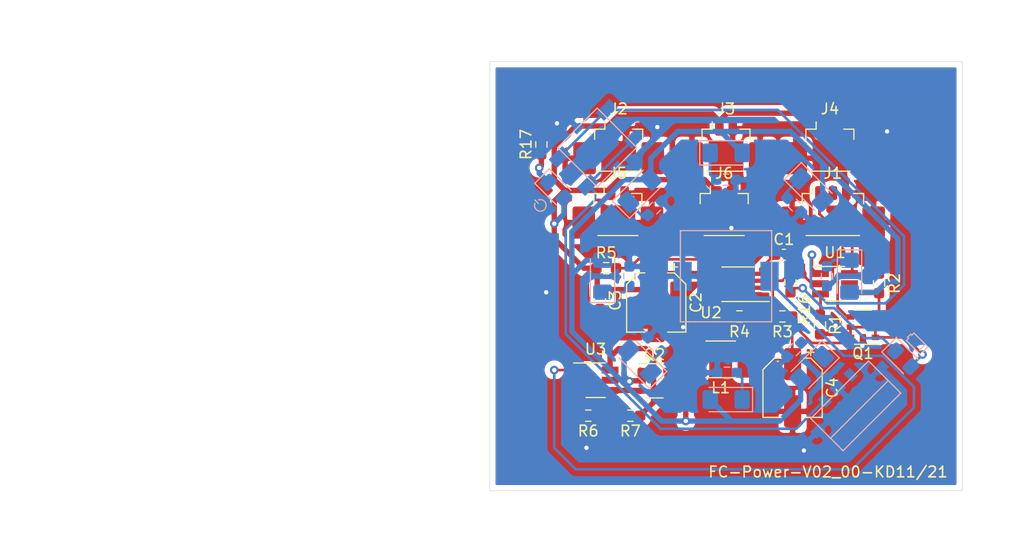
<source format=kicad_pcb>
(kicad_pcb (version 20171130) (host pcbnew 5.1.10-88a1d61d58~90~ubuntu20.04.1)
  (layers (0 F.Cu signal) (31 B.Cu signal) (34 B.Paste user) (35 F.Paste user) (36 B.SilkS user) (37 F.SilkS user) (38 B.Mask user) (39 F.Mask user) (44 Edge.Cuts user))
  (net 0 "")
  (net 1 GND)
  (net 2 "Net-(C1-Pad1)")
  (net 3 +5V)
  (net 4 "Net-(J1-Pad1)")
  (net 5 "Net-(Q1-Pad3)")
  (net 6 "Net-(R1-Pad1)")
  (net 7 "Net-(R3-Pad2)")
  (net 8 LowBatt)
  (net 9 "Net-(SW1-Pad2)")
  (net 10 "Net-(L1-Pad2)")
  (net 11 "Net-(SW1-Pad1)")
  (net 12 Battery_on)
  (net 13 "Net-(D1-Pad1)")
  (net 14 "Net-(D2-Pad1)")
  (net 15 "Net-(D3-Pad1)")
  (net 16 "Net-(D4-Pad1)")
  (net 17 "Net-(D5-Pad1)")
  (net 18 "Net-(D6-Pad1)")
  (net 19 "Net-(D7-Pad1)")
  (net 20 "Net-(D8-Pad1)")
  (net 21 "Net-(Q2-Pad3)")
  (net 22 "Net-(R6-Pad1)")
  (net 23 "Net-(SW3-Pad2)")
  (net 24 "Net-(D1-Pad2)")
  (net 25 "Net-(D9-Pad1)")
  (net 26 "Net-(D10-Pad1)")
  (module Resistor_SMD:R_0603_1608Metric_Pad0.98x0.95mm_HandSolder (layer F.Cu) (at 122.8 72.7125 90)
    (fp_text reference R17 (at 0 -1.43 90) (layer F.SilkS))
    (fp_text value R)
    (pad 2 smd roundrect (at 0.9125 0 90) (size 0.975 0.95) (layers F.Cu F.Paste F.Mask) (net 1 GND))
    (pad 1 smd roundrect (at -0.9125 0 90) (size 0.975 0.95) (layers F.Cu F.Paste F.Mask) (net 26 "Net-(D10-Pad1)"))
  )
  (module LED_SMD:LED_0805_2012Metric_Pad1.15x1.40mm_HandSolder (layer B.Cu) (at 124.175216 76.975216 315)
    (fp_text reference D10 hide)
    (fp_text value LED hide)
    (pad 2 smd roundrect (at 1.025 0 315) (size 1.15 1.4) (layers B.Cu B.Paste B.Mask) (roundrect_rratio 0.2173904347826087) (net 3 +5V))
    (pad 1 smd roundrect (at -1.025 0 315) (size 1.15 1.4) (layers B.Cu B.Paste B.Mask) (roundrect_rratio 0.2173904347826087) (net 26 "Net-(D10-Pad1)"))
  )
  (module Resistor_SMD:R_0603_1608Metric_Pad0.98x0.95mm_HandSolder (layer F.Cu) (at 146 85.5875 90)
    (fp_text reference R16 (at -2.5125 1.3 90) (layer F.SilkS))
    (fp_text value R)
    (pad 2 smd roundrect (at 0.9125 0 90) (size 0.975 0.95) (layers F.Cu F.Paste F.Mask) (net 8 LowBatt))
    (pad 1 smd roundrect (at -0.9125 0 90) (size 0.975 0.95) (layers F.Cu F.Paste F.Mask) (net 25 "Net-(D9-Pad1)"))
  )
  (module LED_SMD:LED_0805_2012Metric_Pad1.15x1.40mm_HandSolder (layer B.Cu) (at 156.5 92.7 315)
    (fp_text reference D9 hide)
    (fp_text value LED hide)
    (pad 2 smd roundrect (at 1.025 0 315) (size 1.15 1.4) (layers B.Cu B.Paste B.Mask) (roundrect_rratio 0.2173904347826087) (net 12 Battery_on))
    (pad 1 smd roundrect (at -1.025 0 315) (size 1.15 1.4) (layers B.Cu B.Paste B.Mask) (roundrect_rratio 0.2173904347826087) (net 25 "Net-(D9-Pad1)"))
  )
  (module My_Footprints:MSLPT5252-BG (layer B.Cu) (at 128 73 135)
    (fp_text reference SW1 hide)
    (fp_text value SW_Push_GND hide)
    (pad 3 smd rect (at 2.5 0 135) (size 0.6 1) (layers B.Cu B.Paste B.Mask) (net 1 GND))
    (pad 3 smd rect (at -2.5 0 135) (size 0.6 1) (layers B.Cu B.Paste B.Mask) (net 1 GND))
    (pad 2 smd rect (at 1.85 -3.1 135) (size 1.1 1.8) (layers B.Cu B.Paste B.Mask) (net 9 "Net-(SW1-Pad2)"))
    (pad 1 smd rect (at -1.85 -3.1 135) (size 1.1 1.8) (layers B.Cu B.Paste B.Mask) (net 11 "Net-(SW1-Pad1)"))
    (pad 2 smd rect (at 1.85 3.1 135) (size 1.1 1.8) (layers B.Cu B.Paste B.Mask) (net 9 "Net-(SW1-Pad2)"))
    (pad 1 smd rect (at -1.85 3.1 135) (size 1.1 1.8) (layers B.Cu B.Paste B.Mask) (net 11 "Net-(SW1-Pad1)"))
  )
  (module Package_TO_SOT_SMD:SOT-23-6_Handsoldering (layer F.Cu) (at 127.85 94.7)
    (fp_text reference U3 (at 0 -2.9) (layer F.SilkS))
    (fp_text value MAX16054)
    (pad 5 smd rect (at 1.35 0) (size 1.56 0.65) (layers F.Cu F.Paste F.Mask))
    (pad 6 smd rect (at 1.35 -0.95) (size 1.56 0.65) (layers F.Cu F.Paste F.Mask) (net 3 +5V))
    (pad 4 smd rect (at 1.35 0.95) (size 1.56 0.65) (layers F.Cu F.Paste F.Mask) (net 21 "Net-(Q2-Pad3)"))
    (pad 3 smd rect (at -1.35 0.95) (size 1.56 0.65) (layers F.Cu F.Paste F.Mask) (net 22 "Net-(R6-Pad1)"))
    (pad 2 smd rect (at -1.35 0) (size 1.56 0.65) (layers F.Cu F.Paste F.Mask) (net 1 GND))
    (pad 1 smd rect (at -1.35 -0.95) (size 1.56 0.65) (layers F.Cu F.Paste F.Mask) (net 23 "Net-(SW3-Pad2)"))
  )
  (module My_Footprints:Switch-SKST (layer B.Cu) (at 140 85)
    (fp_text reference SW3 hide)
    (fp_text value SW_Push hide)
    (pad 2 smd rect (at 4.05 0) (size 1.7 2.7) (layers B.Cu B.Paste B.Mask) (net 23 "Net-(SW3-Pad2)"))
    (pad 1 smd rect (at -4.05 0) (size 1.7 2.7) (layers B.Cu B.Paste B.Mask) (net 1 GND))
  )
  (module Resistor_SMD:R_0603_1608Metric_Pad0.98x0.95mm_HandSolder (layer B.Cu) (at 146.354765 78.354765 135)
    (fp_text reference R15 hide)
    (fp_text value R hide)
    (pad 2 smd roundrect (at 0.9125 0 135) (size 0.975 0.95) (layers B.Cu B.Paste B.Mask) (net 20 "Net-(D8-Pad1)"))
    (pad 1 smd roundrect (at -0.9125 0 135) (size 0.975 0.95) (layers B.Cu B.Paste B.Mask) (net 1 GND))
  )
  (module Resistor_SMD:R_0603_1608Metric_Pad0.98x0.95mm_HandSolder (layer B.Cu) (at 149.4 85 90)
    (fp_text reference R14 hide)
    (fp_text value R hide)
    (pad 2 smd roundrect (at 0.9125 0 90) (size 0.975 0.95) (layers B.Cu B.Paste B.Mask) (net 19 "Net-(D7-Pad1)"))
    (pad 1 smd roundrect (at -0.9125 0 90) (size 0.975 0.95) (layers B.Cu B.Paste B.Mask) (net 1 GND))
  )
  (module Resistor_SMD:R_0603_1608Metric_Pad0.98x0.95mm_HandSolder (layer B.Cu) (at 146.354765 91.854765 45)
    (fp_text reference R13 hide)
    (fp_text value R hide)
    (pad 2 smd roundrect (at 0.9125 0 45) (size 0.975 0.95) (layers B.Cu B.Paste B.Mask) (net 18 "Net-(D6-Pad1)"))
    (pad 1 smd roundrect (at -0.9125 0 45) (size 0.975 0.95) (layers B.Cu B.Paste B.Mask) (net 1 GND))
  )
  (module Resistor_SMD:R_0603_1608Metric_Pad0.98x0.95mm_HandSolder (layer B.Cu) (at 140.0875 94)
    (fp_text reference R12 hide)
    (fp_text value R hide)
    (pad 2 smd roundrect (at 0.9125 0) (size 0.975 0.95) (layers B.Cu B.Paste B.Mask) (net 17 "Net-(D5-Pad1)"))
    (pad 1 smd roundrect (at -0.9125 0) (size 0.975 0.95) (layers B.Cu B.Paste B.Mask) (net 1 GND))
  )
  (module Resistor_SMD:R_0603_1608Metric_Pad0.98x0.95mm_HandSolder (layer B.Cu) (at 133.354765 91.354765 315)
    (fp_text reference R11 hide)
    (fp_text value R hide)
    (pad 2 smd roundrect (at 0.9125 0 315) (size 0.975 0.95) (layers B.Cu B.Paste B.Mask) (net 16 "Net-(D4-Pad1)"))
    (pad 1 smd roundrect (at -0.9125 0 315) (size 0.975 0.95) (layers B.Cu B.Paste B.Mask) (net 1 GND))
  )
  (module Resistor_SMD:R_0603_1608Metric_Pad0.98x0.95mm_HandSolder (layer B.Cu) (at 131 85 270)
    (fp_text reference R10 hide)
    (fp_text value R hide)
    (pad 2 smd roundrect (at 0.9125 0 270) (size 0.975 0.95) (layers B.Cu B.Paste B.Mask) (net 15 "Net-(D3-Pad1)"))
    (pad 1 smd roundrect (at -0.9125 0 270) (size 0.975 0.95) (layers B.Cu B.Paste B.Mask) (net 1 GND))
  )
  (module Resistor_SMD:R_0603_1608Metric_Pad0.98x0.95mm_HandSolder (layer B.Cu) (at 133.354765 78.645235 225)
    (fp_text reference R9 hide)
    (fp_text value R hide)
    (pad 2 smd roundrect (at 0.9125 0 225) (size 0.975 0.95) (layers B.Cu B.Paste B.Mask) (net 14 "Net-(D2-Pad1)"))
    (pad 1 smd roundrect (at -0.9125 0 225) (size 0.975 0.95) (layers B.Cu B.Paste B.Mask) (net 1 GND))
  )
  (module Resistor_SMD:R_0603_1608Metric_Pad0.98x0.95mm_HandSolder (layer B.Cu) (at 140 76 180)
    (fp_text reference R8 hide)
    (fp_text value R hide)
    (pad 2 smd roundrect (at 0.9125 0 180) (size 0.975 0.95) (layers B.Cu B.Paste B.Mask) (net 13 "Net-(D1-Pad1)"))
    (pad 1 smd roundrect (at -0.9125 0 180) (size 0.975 0.95) (layers B.Cu B.Paste B.Mask) (net 1 GND))
  )
  (module Resistor_SMD:R_0603_1608Metric_Pad0.98x0.95mm_HandSolder (layer F.Cu) (at 131.0875 98 180)
    (fp_text reference R7 (at 0 -1.43) (layer F.SilkS))
    (fp_text value 10K)
    (pad 2 smd roundrect (at 0.9125 0 180) (size 0.975 0.95) (layers F.Cu F.Paste F.Mask) (net 21 "Net-(Q2-Pad3)"))
    (pad 1 smd roundrect (at -0.9125 0 180) (size 0.975 0.95) (layers F.Cu F.Paste F.Mask) (net 3 +5V))
  )
  (module Resistor_SMD:R_0603_1608Metric_Pad0.98x0.95mm_HandSolder (layer F.Cu) (at 127.1625 98 180)
    (fp_text reference R6 (at 0 -1.43) (layer F.SilkS))
    (fp_text value 10K)
    (pad 2 smd roundrect (at 0.9125 0 180) (size 0.975 0.95) (layers F.Cu F.Paste F.Mask) (net 1 GND))
    (pad 1 smd roundrect (at -0.9125 0 180) (size 0.975 0.95) (layers F.Cu F.Paste F.Mask) (net 22 "Net-(R6-Pad1)"))
  )
  (module Package_SO:TSOP-6_1.65x3.05mm_P0.95mm (layer F.Cu) (at 133.34 94.75)
    (fp_text reference Q2 (at 0 -2.45) (layer F.SilkS))
    (fp_text value PMN48XP)
    (pad 6 smd rect (at 1.16 -0.95) (size 0.7 0.51) (layers F.Cu F.Paste F.Mask) (net 24 "Net-(D1-Pad2)"))
    (pad 5 smd rect (at 1.16 0) (size 0.7 0.51) (layers F.Cu F.Paste F.Mask) (net 24 "Net-(D1-Pad2)"))
    (pad 4 smd rect (at 1.16 0.95) (size 0.7 0.51) (layers F.Cu F.Paste F.Mask) (net 3 +5V))
    (pad 3 smd rect (at -1.16 0.95) (size 0.7 0.51) (layers F.Cu F.Paste F.Mask) (net 21 "Net-(Q2-Pad3)"))
    (pad 2 smd rect (at -1.16 0) (size 0.7 0.51) (layers F.Cu F.Paste F.Mask) (net 24 "Net-(D1-Pad2)"))
    (pad 1 smd rect (at -1.16 -0.95) (size 0.7 0.51) (layers F.Cu F.Paste F.Mask) (net 24 "Net-(D1-Pad2)"))
  )
  (module LED_SMD:LED_1206_3216Metric_Pad1.42x1.75mm_HandSolder (layer B.Cu) (at 147.948179 76.948179 315)
    (fp_text reference D8 hide)
    (fp_text value LED hide)
    (pad 2 smd roundrect (at 1.4875 0 315) (size 1.425 1.75) (layers B.Cu B.Paste B.Mask) (roundrect_rratio 0.1754385964912281) (net 24 "Net-(D1-Pad2)"))
    (pad 1 smd roundrect (at -1.4875 0 315) (size 1.425 1.75) (layers B.Cu B.Paste B.Mask) (roundrect_rratio 0.1754385964912281) (net 20 "Net-(D8-Pad1)"))
  )
  (module LED_SMD:LED_1206_3216Metric_Pad1.42x1.75mm_HandSolder (layer B.Cu) (at 151.5 85 270)
    (fp_text reference D7 hide)
    (fp_text value LED hide)
    (pad 2 smd roundrect (at 1.4875 0 270) (size 1.425 1.75) (layers B.Cu B.Paste B.Mask) (roundrect_rratio 0.1754385964912281) (net 24 "Net-(D1-Pad2)"))
    (pad 1 smd roundrect (at -1.4875 0 270) (size 1.425 1.75) (layers B.Cu B.Paste B.Mask) (roundrect_rratio 0.1754385964912281) (net 19 "Net-(D7-Pad1)"))
  )
  (module LED_SMD:LED_1206_3216Metric_Pad1.42x1.75mm_HandSolder (layer B.Cu) (at 148 93.551821 225)
    (fp_text reference D6 hide)
    (fp_text value LED hide)
    (pad 2 smd roundrect (at 1.4875 0 225) (size 1.425 1.75) (layers B.Cu B.Paste B.Mask) (roundrect_rratio 0.1754385964912281) (net 24 "Net-(D1-Pad2)"))
    (pad 1 smd roundrect (at -1.4875 0 225) (size 1.425 1.75) (layers B.Cu B.Paste B.Mask) (roundrect_rratio 0.1754385964912281) (net 18 "Net-(D6-Pad1)"))
  )
  (module LED_SMD:LED_1206_3216Metric_Pad1.42x1.75mm_HandSolder (layer B.Cu) (at 140.0125 96.5 180)
    (fp_text reference D5 hide)
    (fp_text value LED hide)
    (pad 2 smd roundrect (at 1.4875 0 180) (size 1.425 1.75) (layers B.Cu B.Paste B.Mask) (roundrect_rratio 0.1754385964912281) (net 24 "Net-(D1-Pad2)"))
    (pad 1 smd roundrect (at -1.4875 0 180) (size 1.425 1.75) (layers B.Cu B.Paste B.Mask) (roundrect_rratio 0.1754385964912281) (net 17 "Net-(D5-Pad1)"))
  )
  (module LED_SMD:LED_1206_3216Metric_Pad1.42x1.75mm_HandSolder (layer B.Cu) (at 131.948179 92.948179 135)
    (fp_text reference D4 hide)
    (fp_text value LED hide)
    (pad 2 smd roundrect (at 1.4875 0 135) (size 1.425 1.75) (layers B.Cu B.Paste B.Mask) (roundrect_rratio 0.1754385964912281) (net 24 "Net-(D1-Pad2)"))
    (pad 1 smd roundrect (at -1.4875 0 135) (size 1.425 1.75) (layers B.Cu B.Paste B.Mask) (roundrect_rratio 0.1754385964912281) (net 16 "Net-(D4-Pad1)"))
  )
  (module LED_SMD:LED_1206_3216Metric_Pad1.42x1.75mm_HandSolder (layer B.Cu) (at 128.5 85 90)
    (fp_text reference D3 hide)
    (fp_text value LED hide)
    (pad 2 smd roundrect (at 1.4875 0 90) (size 1.425 1.75) (layers B.Cu B.Paste B.Mask) (roundrect_rratio 0.1754385964912281) (net 24 "Net-(D1-Pad2)"))
    (pad 1 smd roundrect (at -1.4875 0 90) (size 1.425 1.75) (layers B.Cu B.Paste B.Mask) (roundrect_rratio 0.1754385964912281) (net 15 "Net-(D3-Pad1)"))
  )
  (module LED_SMD:LED_1206_3216Metric_Pad1.42x1.75mm_HandSolder (layer B.Cu) (at 131.948179 77.051821 45)
    (fp_text reference D2 hide)
    (fp_text value LED hide)
    (pad 2 smd roundrect (at 1.4875 0 45) (size 1.425 1.75) (layers B.Cu B.Paste B.Mask) (roundrect_rratio 0.1754385964912281) (net 24 "Net-(D1-Pad2)"))
    (pad 1 smd roundrect (at -1.4875 0 45) (size 1.425 1.75) (layers B.Cu B.Paste B.Mask) (roundrect_rratio 0.1754385964912281) (net 14 "Net-(D2-Pad1)"))
  )
  (module LED_SMD:LED_1206_3216Metric_Pad1.42x1.75mm_HandSolder (layer B.Cu) (at 140.0125 73.5)
    (fp_text reference D1 hide)
    (fp_text value LED hide)
    (pad 2 smd roundrect (at 1.4875 0) (size 1.425 1.75) (layers B.Cu B.Paste B.Mask) (roundrect_rratio 0.1754385964912281) (net 24 "Net-(D1-Pad2)"))
    (pad 1 smd roundrect (at -1.4875 0) (size 1.425 1.75) (layers B.Cu B.Paste B.Mask) (roundrect_rratio 0.1754385964912281) (net 13 "Net-(D1-Pad1)"))
  )
  (module My_Footprints:JSX08001SAQNL (layer B.Cu) (at 151.5 96.5 225)
    (fp_text reference SW2 hide)
    (fp_text value SW_DPDT_x2+Case hide)
    (pad 4 smd rect (at 4.15 0 225) (size 1.2 0.9) (layers B.Cu B.Paste B.Mask) (net 1 GND))
    (pad 4 smd rect (at -4.15 0 225) (size 1.2 0.9) (layers B.Cu B.Paste B.Mask) (net 1 GND))
    (pad 3 smd rect (at 1.7 1.55 225) (size 0.8 1.1) (layers B.Cu B.Paste B.Mask) (net 11 "Net-(SW1-Pad1)"))
    (pad 2 smd rect (at 0 1.55 225) (size 1.2 1.1) (layers B.Cu B.Paste B.Mask) (net 1 GND))
    (pad 1 smd rect (at -1.7 1.55 225) (size 0.8 1.1) (layers B.Cu B.Paste B.Mask))
  )
  (module Resistor_SMD:R_0603_1608Metric_Pad0.98x0.95mm_HandSolder (layer F.Cu) (at 128.8375 84.25)
    (fp_text reference R5 (at 0 -1.43) (layer F.SilkS))
    (fp_text value 100k)
    (pad 2 smd roundrect (at 0.9125 0) (size 0.975 0.95) (layers F.Cu F.Paste F.Mask) (net 8 LowBatt))
    (pad 1 smd roundrect (at -0.9125 0) (size 0.975 0.95) (layers F.Cu F.Paste F.Mask) (net 3 +5V))
  )
  (module Resistor_SMD:R_0603_1608Metric_Pad0.98x0.95mm_HandSolder (layer F.Cu) (at 141.25 88.75 180)
    (fp_text reference R4 (at 0 -1.43) (layer F.SilkS))
    (fp_text value 260K)
    (pad 2 smd roundrect (at 0.9125 0 180) (size 0.975 0.95) (layers F.Cu F.Paste F.Mask) (net 1 GND))
    (pad 1 smd roundrect (at -0.9125 0 180) (size 0.975 0.95) (layers F.Cu F.Paste F.Mask) (net 7 "Net-(R3-Pad2)"))
  )
  (module Resistor_SMD:R_0603_1608Metric_Pad0.98x0.95mm_HandSolder (layer F.Cu) (at 145.25 88.75 180)
    (fp_text reference R3 (at 0 -1.43) (layer F.SilkS))
    (fp_text value 340K)
    (pad 2 smd roundrect (at 0.9125 0 180) (size 0.975 0.95) (layers F.Cu F.Paste F.Mask) (net 7 "Net-(R3-Pad2)"))
    (pad 1 smd roundrect (at -0.9125 0 180) (size 0.975 0.95) (layers F.Cu F.Paste F.Mask) (net 12 Battery_on))
  )
  (module Resistor_SMD:R_0603_1608Metric_Pad0.98x0.95mm_HandSolder (layer F.Cu) (at 154.25 85.6625 270)
    (fp_text reference R2 (at 0 -1.43 90) (layer F.SilkS))
    (fp_text value 10K)
    (pad 2 smd roundrect (at 0.9125 0 270) (size 0.975 0.95) (layers F.Cu F.Paste F.Mask) (net 5 "Net-(Q1-Pad3)"))
    (pad 1 smd roundrect (at -0.9125 0 270) (size 0.975 0.95) (layers F.Cu F.Paste F.Mask) (net 4 "Net-(J1-Pad1)"))
  )
  (module Resistor_SMD:R_0603_1608Metric_Pad0.98x0.95mm_HandSolder (layer F.Cu) (at 148.75 89.5 270)
    (fp_text reference R1 (at 0 -1.43 90) (layer F.SilkS))
    (fp_text value 10K)
    (pad 2 smd roundrect (at 0.9125 0 270) (size 0.975 0.95) (layers F.Cu F.Paste F.Mask) (net 1 GND))
    (pad 1 smd roundrect (at -0.9125 0 270) (size 0.975 0.95) (layers F.Cu F.Paste F.Mask) (net 6 "Net-(R1-Pad1)"))
  )
  (module Capacitor_SMD:C_0603_1608Metric_Pad1.08x0.95mm_HandSolder (layer F.Cu) (at 128.25 87.25 270)
    (fp_text reference C3 (at 0 -1.43 90) (layer F.SilkS))
    (fp_text value 0.1u)
    (pad 2 smd roundrect (at 0.8625 0 270) (size 1.075 0.95) (layers F.Cu F.Paste F.Mask) (net 1 GND))
    (pad 1 smd roundrect (at -0.8625 0 270) (size 1.075 0.95) (layers F.Cu F.Paste F.Mask) (net 3 +5V))
  )
  (module Capacitor_SMD:C_0603_1608Metric_Pad1.08x0.95mm_HandSolder (layer F.Cu) (at 145.3875 83)
    (fp_text reference C1 (at 0 -1.43) (layer F.SilkS))
    (fp_text value 0.1u)
    (pad 2 smd roundrect (at 0.8625 0) (size 1.075 0.95) (layers F.Cu F.Paste F.Mask) (net 1 GND))
    (pad 1 smd roundrect (at -0.8625 0) (size 1.075 0.95) (layers F.Cu F.Paste F.Mask) (net 2 "Net-(C1-Pad1)"))
  )
  (module Connector_Molex:Molex_PicoBlade_53398-0271_1x02-1MP_P1.25mm_Vertical (layer F.Cu) (at 139.825 78.5)
    (fp_text reference J6 (at 0 -3.1) (layer F.SilkS))
    (fp_text value Conn_01x02_Female)
    (pad MP smd roundrect (at 3.175 1.5) (size 2.1 3) (layers F.Cu F.Paste F.Mask) (roundrect_rratio 0.119) (net 1 GND))
    (pad MP smd roundrect (at -3.175 1.5) (size 2.1 3) (layers F.Cu F.Paste F.Mask) (roundrect_rratio 0.119) (net 1 GND))
    (pad 2 smd roundrect (at 0.625 -1.25) (size 0.8 1.3) (layers F.Cu F.Paste F.Mask) (net 1 GND))
    (pad 1 smd roundrect (at -0.625 -1.25) (size 0.8 1.3) (layers F.Cu F.Paste F.Mask) (net 3 +5V))
  )
  (module Connector_Molex:Molex_PicoBlade_53398-0271_1x02-1MP_P1.25mm_Vertical (layer F.Cu) (at 129.925 78.5)
    (fp_text reference J5 (at 0 -3.1) (layer F.SilkS))
    (fp_text value Conn_01x02_Female)
    (pad MP smd roundrect (at 3.175 1.5) (size 2.1 3) (layers F.Cu F.Paste F.Mask) (roundrect_rratio 0.119) (net 1 GND))
    (pad MP smd roundrect (at -3.175 1.5) (size 2.1 3) (layers F.Cu F.Paste F.Mask) (roundrect_rratio 0.119) (net 1 GND))
    (pad 2 smd roundrect (at 0.625 -1.25) (size 0.8 1.3) (layers F.Cu F.Paste F.Mask) (net 1 GND))
    (pad 1 smd roundrect (at -0.625 -1.25) (size 0.8 1.3) (layers F.Cu F.Paste F.Mask) (net 3 +5V))
  )
  (module Connector_Molex:Molex_PicoBlade_53398-0271_1x02-1MP_P1.25mm_Vertical (layer F.Cu) (at 149.675 72.5)
    (fp_text reference J4 (at 0 -3.1) (layer F.SilkS))
    (fp_text value Conn_01x02_Female)
    (pad MP smd roundrect (at 3.175 1.5) (size 2.1 3) (layers F.Cu F.Paste F.Mask) (roundrect_rratio 0.119) (net 1 GND))
    (pad MP smd roundrect (at -3.175 1.5) (size 2.1 3) (layers F.Cu F.Paste F.Mask) (roundrect_rratio 0.119) (net 1 GND))
    (pad 2 smd roundrect (at 0.625 -1.25) (size 0.8 1.3) (layers F.Cu F.Paste F.Mask) (net 1 GND))
    (pad 1 smd roundrect (at -0.625 -1.25) (size 0.8 1.3) (layers F.Cu F.Paste F.Mask) (net 3 +5V))
  )
  (module Connector_Molex:Molex_PicoBlade_53398-0271_1x02-1MP_P1.25mm_Vertical (layer F.Cu) (at 140 72.5)
    (fp_text reference J3 (at 0 -3.1) (layer F.SilkS))
    (fp_text value Conn_01x02_Female)
    (pad MP smd roundrect (at 3.175 1.5) (size 2.1 3) (layers F.Cu F.Paste F.Mask) (roundrect_rratio 0.119) (net 1 GND))
    (pad MP smd roundrect (at -3.175 1.5) (size 2.1 3) (layers F.Cu F.Paste F.Mask) (roundrect_rratio 0.119) (net 1 GND))
    (pad 2 smd roundrect (at 0.625 -1.25) (size 0.8 1.3) (layers F.Cu F.Paste F.Mask) (net 1 GND))
    (pad 1 smd roundrect (at -0.625 -1.25) (size 0.8 1.3) (layers F.Cu F.Paste F.Mask) (net 3 +5V))
  )
  (module Connector_Molex:Molex_PicoBlade_53398-0271_1x02-1MP_P1.25mm_Vertical (layer F.Cu) (at 130 72.5)
    (fp_text reference J2 (at 0 -3.1) (layer F.SilkS))
    (fp_text value Conn_01x02_Female)
    (pad MP smd roundrect (at 3.175 1.5) (size 2.1 3) (layers F.Cu F.Paste F.Mask) (roundrect_rratio 0.119) (net 1 GND))
    (pad MP smd roundrect (at -3.175 1.5) (size 2.1 3) (layers F.Cu F.Paste F.Mask) (roundrect_rratio 0.119) (net 1 GND))
    (pad 2 smd roundrect (at 0.625 -1.25) (size 0.8 1.3) (layers F.Cu F.Paste F.Mask) (net 1 GND))
    (pad 1 smd roundrect (at -0.625 -1.25) (size 0.8 1.3) (layers F.Cu F.Paste F.Mask) (net 3 +5V))
  )
  (module Package_SO:MSOP-8_3x3mm_P0.65mm (layer F.Cu) (at 141.1 85.75 180)
    (fp_text reference U2 (at 2.5 -2.65) (layer F.SilkS))
    (fp_text value MAX1675)
    (pad 8 smd roundrect (at 2.1125 -0.975 180) (size 1.625 0.4) (layers F.Cu F.Paste F.Mask) (net 3 +5V))
    (pad 7 smd roundrect (at 2.1125 -0.325 180) (size 1.625 0.4) (layers F.Cu F.Paste F.Mask) (net 10 "Net-(L1-Pad2)"))
    (pad 6 smd roundrect (at 2.1125 0.325 180) (size 1.625 0.4) (layers F.Cu F.Paste F.Mask) (net 1 GND))
    (pad 5 smd roundrect (at 2.1125 0.975 180) (size 1.625 0.4) (layers F.Cu F.Paste F.Mask) (net 3 +5V))
    (pad 4 smd roundrect (at -2.1125 0.975 180) (size 1.625 0.4) (layers F.Cu F.Paste F.Mask) (net 2 "Net-(C1-Pad1)"))
    (pad 3 smd roundrect (at -2.1125 0.325 180) (size 1.625 0.4) (layers F.Cu F.Paste F.Mask) (net 8 LowBatt))
    (pad 2 smd roundrect (at -2.1125 -0.325 180) (size 1.625 0.4) (layers F.Cu F.Paste F.Mask) (net 7 "Net-(R3-Pad2)"))
    (pad 1 smd roundrect (at -2.1125 -0.975 180) (size 1.625 0.4) (layers F.Cu F.Paste F.Mask) (net 1 GND))
  )
  (module Package_TO_SOT_SMD:SOT-23-6_Handsoldering (layer F.Cu) (at 150.15 85.7)
    (fp_text reference U1 (at 0 -2.9) (layer F.SilkS))
    (fp_text value MAX16054)
    (pad 5 smd rect (at 1.35 0) (size 1.56 0.65) (layers F.Cu F.Paste F.Mask))
    (pad 6 smd rect (at 1.35 -0.95) (size 1.56 0.65) (layers F.Cu F.Paste F.Mask) (net 4 "Net-(J1-Pad1)"))
    (pad 4 smd rect (at 1.35 0.95) (size 1.56 0.65) (layers F.Cu F.Paste F.Mask) (net 5 "Net-(Q1-Pad3)"))
    (pad 3 smd rect (at -1.35 0.95) (size 1.56 0.65) (layers F.Cu F.Paste F.Mask) (net 6 "Net-(R1-Pad1)"))
    (pad 2 smd rect (at -1.35 0) (size 1.56 0.65) (layers F.Cu F.Paste F.Mask) (net 1 GND))
    (pad 1 smd rect (at -1.35 -0.95) (size 1.56 0.65) (layers F.Cu F.Paste F.Mask) (net 9 "Net-(SW1-Pad2)"))
  )
  (module Package_SO:TSOP-6_1.65x3.05mm_P0.95mm (layer F.Cu) (at 152.75 89.75 180)
    (fp_text reference Q1 (at 0 -2.45) (layer F.SilkS))
    (fp_text value PMN48XP)
    (pad 6 smd rect (at 1.16 -0.95 180) (size 0.7 0.51) (layers F.Cu F.Paste F.Mask) (net 12 Battery_on))
    (pad 5 smd rect (at 1.16 0 180) (size 0.7 0.51) (layers F.Cu F.Paste F.Mask) (net 12 Battery_on))
    (pad 4 smd rect (at 1.16 0.95 180) (size 0.7 0.51) (layers F.Cu F.Paste F.Mask) (net 4 "Net-(J1-Pad1)"))
    (pad 3 smd rect (at -1.16 0.95 180) (size 0.7 0.51) (layers F.Cu F.Paste F.Mask) (net 5 "Net-(Q1-Pad3)"))
    (pad 2 smd rect (at -1.16 0 180) (size 0.7 0.51) (layers F.Cu F.Paste F.Mask) (net 12 Battery_on))
    (pad 1 smd rect (at -1.16 -0.95 180) (size 0.7 0.51) (layers F.Cu F.Paste F.Mask) (net 12 Battery_on))
  )
  (module Inductor_SMD:L_1812_4532Metric_Pad1.30x3.40mm_HandSolder (layer F.Cu) (at 139.5 92.75 180)
    (fp_text reference L1 (at 0 -2.65) (layer F.SilkS))
    (fp_text value 22u)
    (pad 2 smd roundrect (at 2.225 0 180) (size 1.3 3.4) (layers F.Cu F.Paste F.Mask) (roundrect_rratio 0.1923069230769231) (net 10 "Net-(L1-Pad2)"))
    (pad 1 smd roundrect (at -2.225 0 180) (size 1.3 3.4) (layers F.Cu F.Paste F.Mask) (roundrect_rratio 0.1923069230769231) (net 12 Battery_on))
  )
  (module Connector_Molex:Molex_PicoBlade_53398-0371_1x03-1MP_P1.25mm_Vertical (layer F.Cu) (at 149.95 78.5)
    (fp_text reference J1 (at 0 -3.1) (layer F.SilkS))
    (fp_text value Conn_01x03_Male)
    (pad MP smd roundrect (at 3.8 1.5) (size 2.1 3) (layers F.Cu F.Paste F.Mask) (roundrect_rratio 0.119) (net 1 GND))
    (pad MP smd roundrect (at -3.8 1.5) (size 2.1 3) (layers F.Cu F.Paste F.Mask) (roundrect_rratio 0.119) (net 1 GND))
    (pad 3 smd roundrect (at 1.25 -1.25) (size 0.8 1.3) (layers F.Cu F.Paste F.Mask) (net 1 GND))
    (pad 2 smd roundrect (at 0 -1.25) (size 0.8 1.3) (layers F.Cu F.Paste F.Mask))
    (pad 1 smd roundrect (at -1.25 -1.25) (size 0.8 1.3) (layers F.Cu F.Paste F.Mask) (net 4 "Net-(J1-Pad1)"))
  )
  (module Capacitor_SMD:CP_Elec_5x5.4 (layer F.Cu) (at 146.2 95.4 270)
    (fp_text reference C4 (at 0 -3.7 90) (layer F.SilkS))
    (fp_text value 47u)
    (pad 2 smd roundrect (at 2.2 0 270) (size 3 1.6) (layers F.Cu F.Paste F.Mask) (roundrect_rratio 0.15625) (net 1 GND))
    (pad 1 smd roundrect (at -2.2 0 270) (size 3 1.6) (layers F.Cu F.Paste F.Mask) (roundrect_rratio 0.15625) (net 12 Battery_on))
  )
  (module Capacitor_SMD:CP_Elec_5x5.4 (layer F.Cu) (at 133.5 87.45 270)
    (fp_text reference C2 (at 0 -3.7 90) (layer F.SilkS))
    (fp_text value 47u)
    (pad 2 smd roundrect (at 2.2 0 270) (size 3 1.6) (layers F.Cu F.Paste F.Mask) (roundrect_rratio 0.15625) (net 1 GND))
    (pad 1 smd roundrect (at -2.2 0 270) (size 3 1.6) (layers F.Cu F.Paste F.Mask) (roundrect_rratio 0.15625) (net 3 +5V))
  )
  (gr_line (start 158 91.9) (end 158.4 91.5) (layer B.SilkS) (width 0.12))
  (gr_line (start 156.9 90.7) (end 157 90.6) (layer B.SilkS) (width 0.12))
  (gr_line (start 157 90.8) (end 156.9 90.7) (layer B.SilkS) (width 0.12))
  (gr_line (start 156.8 91) (end 157 90.8) (layer B.SilkS) (width 0.12))
  (gr_line (start 157.2 90.4) (end 157 90.6) (layer B.SilkS) (width 0.12))
  (gr_line (start 157.3 90.5) (end 157.2 90.4) (layer B.SilkS) (width 0.12))
  (gr_line (start 157.5 90.3) (end 157.3 90.5) (layer B.SilkS) (width 0.12))
  (gr_line (start 158.8 91.6) (end 157.5 90.3) (layer B.SilkS) (width 0.12))
  (gr_line (start 158.6 91.8) (end 158.8 91.6) (layer B.SilkS) (width 0.12))
  (gr_line (start 158.1 92.3) (end 158.6 91.8) (layer B.SilkS) (width 0.12))
  (gr_line (start 156.8 91) (end 158.1 92.3) (layer B.SilkS) (width 0.12))
  (gr_arc (start 122.7 78.4) (end 122.200001 78.200001) (angle -310.2363583) (layer B.SilkS) (width 0.12))
  (gr_line (start 122.2 77.9) (end 122.5 78.2) (layer B.SilkS) (width 0.12))
  (gr_line (start 118 65) (end 120 65) (layer Edge.Cuts) (width 0.05))
  (gr_line (start 118 105) (end 118 65) (layer Edge.Cuts) (width 0.05))
  (gr_line (start 120 105) (end 118 105) (layer Edge.Cuts) (width 0.05))
  (gr_line (start 162 105) (end 160 105) (layer Edge.Cuts) (width 0.05))
  (gr_line (start 162 65) (end 162 105) (layer Edge.Cuts) (width 0.05))
  (gr_line (start 160 65) (end 162 65) (layer Edge.Cuts) (width 0.05))
  (gr_text FC-Power-V02_00-KD11/21 (at 149.5 103.25) (layer F.SilkS) (effects (font (size 1 1))))
  (gr_line (start 160 105) (end 120 105) (layer Edge.Cuts) (width 0.05))
  (gr_line (start 120 65) (end 160 65) (layer Edge.Cuts) (width 0.05))
  (via (at 155 71.5) (size 0.8) (drill 0.4) (layers F.Cu B.Cu) (net 1))
  (via (at 127 101) (size 0.8) (drill 0.4) (layers F.Cu B.Cu) (net 1))
  (via (at 147.25 101.25) (size 0.8) (drill 0.4) (layers F.Cu B.Cu) (net 1))
  (via (at 124.25 70.75) (size 0.8) (drill 0.4) (layers F.Cu B.Cu) (net 1))
  (via (at 136 89.75) (size 0.8) (drill 0.4) (layers F.Cu B.Cu) (net 1))
  (via (at 140.5 80.5) (size 0.8) (drill 0.4) (layers F.Cu B.Cu) (net 1))
  (via (at 123.25 86.5) (size 0.8) (drill 0.4) (layers F.Cu B.Cu) (net 1))
  (via (at 150.2 89.6) (size 0.8) (drill 0.4) (layers F.Cu B.Cu) (net 1))
  (segment (start 129.767767 74.767767) (end 130.982233 74.767767) (width 0.25) (layer B.Cu) (net 1))
  (segment (start 130.982233 74.767767) (end 131.5 74.25) (width 0.25) (layer B.Cu) (net 1))
  (segment (start 123.3 94.7) (end 124.05 94.7) (width 0.25) (layer F.Cu) (net 1))
  (segment (start 126.5 94.7) (end 124.05 94.7) (width 0.25) (layer F.Cu) (net 1))
  (segment (start 140.45 77.25) (end 140.45 76.7) (width 0.5) (layer F.Cu) (net 1))
  (segment (start 142.3625 86.725) (end 140.3375 88.75) (width 0.5) (layer F.Cu) (net 1))
  (segment (start 143.2125 86.725) (end 142.3625 86.725) (width 0.5) (layer F.Cu) (net 1))
  (segment (start 138.18859 85.425) (end 137.81359 85.8) (width 0.25) (layer F.Cu) (net 1))
  (segment (start 138.9875 85.425) (end 138.18859 85.425) (width 0.25) (layer F.Cu) (net 1))
  (segment (start 137.81359 85.8) (end 135.9 85.8) (width 0.25) (layer F.Cu) (net 1))
  (via (at 152.7 91.5) (size 0.8) (drill 0.4) (layers F.Cu B.Cu) (net 1))
  (segment (start 148.8 85.7) (end 148 85.7) (width 0.25) (layer F.Cu) (net 1))
  (segment (start 148 85.7) (end 147.3 85) (width 0.25) (layer F.Cu) (net 1))
  (segment (start 123.2 71.8) (end 124.25 70.75) (width 0.5) (layer F.Cu) (net 1))
  (segment (start 122.8 71.8) (end 123.2 71.8) (width 0.5) (layer F.Cu) (net 1))
  (via (at 133.6 71.1) (size 0.8) (drill 0.4) (layers F.Cu B.Cu) (net 1))
  (segment (start 149.4 85.9125) (end 149.5875 85.9125) (width 0.5) (layer B.Cu) (net 1))
  (segment (start 149.5875 85.9125) (end 150.5 85) (width 0.5) (layer B.Cu) (net 1))
  (segment (start 149.944989 85.585011) (end 149.944989 83.955011) (width 0.25) (layer F.Cu) (net 1))
  (segment (start 149.83 85.7) (end 149.944989 85.585011) (width 0.25) (layer F.Cu) (net 1))
  (segment (start 148.8 85.7) (end 149.83 85.7) (width 0.25) (layer F.Cu) (net 1))
  (segment (start 149.944989 83.955011) (end 150.3 83.6) (width 0.25) (layer F.Cu) (net 1))
  (segment (start 144.3625 83.3875) (end 144.5 83.25) (width 0.25) (layer F.Cu) (net 2))
  (segment (start 143.2125 84.3125) (end 144.525 83) (width 0.25) (layer F.Cu) (net 2))
  (segment (start 143.2125 84.775) (end 143.2125 84.3125) (width 0.25) (layer F.Cu) (net 2))
  (segment (start 126.75 84.25) (end 128 84.25) (width 0.5) (layer F.Cu) (net 3))
  (segment (start 128 84.25) (end 128 86) (width 0.5) (layer F.Cu) (net 3))
  (segment (start 128 86) (end 128.25 86.25) (width 0.5) (layer F.Cu) (net 3))
  (segment (start 130 89.25) (end 130 86.25) (width 0.5) (layer F.Cu) (net 3))
  (segment (start 129.2 90.05) (end 130 89.25) (width 0.5) (layer F.Cu) (net 3))
  (segment (start 128.25 86.25) (end 130 86.25) (width 0.5) (layer F.Cu) (net 3))
  (segment (start 129.2 91.2) (end 129.2 90.05) (width 0.5) (layer F.Cu) (net 3))
  (segment (start 132 98) (end 133.25 96.75) (width 0.5) (layer F.Cu) (net 3))
  (segment (start 134.25 95.75) (end 133.25 96.75) (width 0.5) (layer F.Cu) (net 3))
  (segment (start 130 91.75) (end 129.2 92.55) (width 0.5) (layer F.Cu) (net 3))
  (segment (start 132.5 91.75) (end 130 91.75) (width 0.5) (layer F.Cu) (net 3))
  (segment (start 133.25 92.5) (end 132.5 91.75) (width 0.5) (layer F.Cu) (net 3))
  (segment (start 133.25 96.75) (end 133.25 92.5) (width 0.5) (layer F.Cu) (net 3))
  (segment (start 129.2 92.55) (end 129.2 91.2) (width 0.5) (layer F.Cu) (net 3))
  (segment (start 129.2 93.75) (end 129.2 92.55) (width 0.5) (layer F.Cu) (net 3))
  (segment (start 126.75 84.25) (end 124 81.5) (width 0.5) (layer F.Cu) (net 3))
  (segment (start 124 81.5) (end 124 79.886752) (width 0.5) (layer F.Cu) (net 3))
  (segment (start 124 79.886752) (end 124 78) (width 0.5) (layer F.Cu) (net 3))
  (segment (start 124 78) (end 125 77) (width 0.5) (layer F.Cu) (net 3))
  (segment (start 125 77) (end 129 77) (width 0.5) (layer F.Cu) (net 3))
  (segment (start 138.9875 86.725) (end 140 86.75) (width 0.5) (layer F.Cu) (net 3))
  (segment (start 141.052834 86.75) (end 138.9875 86.725) (width 0.5) (layer F.Cu) (net 3))
  (segment (start 141.2 86.602834) (end 141.052834 86.75) (width 0.5) (layer F.Cu) (net 3))
  (segment (start 141.2 85.9) (end 141.2 86.602834) (width 0.5) (layer F.Cu) (net 3))
  (segment (start 140.05 84.75) (end 141.2 85.9) (width 0.5) (layer F.Cu) (net 3))
  (segment (start 133.75 84.75) (end 140.05 84.75) (width 0.5) (layer F.Cu) (net 3))
  (segment (start 133.5 84.5) (end 133.75 84.75) (width 0.5) (layer F.Cu) (net 3))
  (segment (start 133 85) (end 133.5 84.5) (width 0.5) (layer F.Cu) (net 3))
  (segment (start 133 85.5) (end 133 85) (width 0.5) (layer F.Cu) (net 3))
  (segment (start 132.25 86.25) (end 133 85.5) (width 0.5) (layer F.Cu) (net 3))
  (segment (start 130 86.25) (end 132.25 86.25) (width 0.5) (layer F.Cu) (net 3))
  (segment (start 147.8 69.8) (end 148.45 70.45) (width 0.5) (layer F.Cu) (net 3))
  (segment (start 148.27499 70.27499) (end 148.45 70.45) (width 0.5) (layer F.Cu) (net 3))
  (segment (start 148.45 70.45) (end 149 71) (width 0.5) (layer F.Cu) (net 3))
  (segment (start 140.1 69.8) (end 147.8 69.8) (width 0.5) (layer F.Cu) (net 3))
  (segment (start 139.375 70.525) (end 139.375 71.25) (width 0.5) (layer F.Cu) (net 3))
  (segment (start 140.1 69.8) (end 139.375 70.525) (width 0.5) (layer F.Cu) (net 3))
  (segment (start 138.75 69.9) (end 139.375 70.525) (width 0.5) (layer F.Cu) (net 3))
  (segment (start 129 71) (end 130.1 69.9) (width 0.5) (layer F.Cu) (net 3))
  (segment (start 130.1 69.9) (end 138.75 69.9) (width 0.5) (layer F.Cu) (net 3))
  (segment (start 124 73) (end 126 71) (width 0.5) (layer F.Cu) (net 3))
  (segment (start 124 76) (end 124 73) (width 0.5) (layer F.Cu) (net 3))
  (segment (start 126 71) (end 129 71) (width 0.5) (layer F.Cu) (net 3))
  (segment (start 125 77) (end 124 76) (width 0.5) (layer F.Cu) (net 3))
  (segment (start 138 76) (end 139 77) (width 0.5) (layer F.Cu) (net 3))
  (segment (start 130 76) (end 138 76) (width 0.5) (layer F.Cu) (net 3))
  (segment (start 129.3 76.7) (end 130 76) (width 0.5) (layer F.Cu) (net 3))
  (segment (start 129.3 77.25) (end 129.3 76.7) (width 0.5) (layer F.Cu) (net 3))
  (via (at 124 80.1) (size 0.8) (drill 0.4) (layers F.Cu B.Cu) (net 3))
  (segment (start 124.9 79.2) (end 124 80.1) (width 0.5) (layer B.Cu) (net 3))
  (segment (start 124.9 77.7) (end 124.9 79.2) (width 0.5) (layer B.Cu) (net 3))
  (segment (start 148.7 76.8) (end 148.7 77.25) (width 0.25) (layer F.Cu) (net 4))
  (segment (start 148.7 77.25) (end 148.7 79.2) (width 0.25) (layer F.Cu) (net 4))
  (segment (start 148.7 79.2) (end 151.75 82.25) (width 0.25) (layer F.Cu) (net 4))
  (segment (start 151.75 82.25) (end 151.75 84.5) (width 0.25) (layer F.Cu) (net 4))
  (segment (start 151.75 84.5) (end 151.5 84.75) (width 0.25) (layer F.Cu) (net 4))
  (segment (start 151.5 84.75) (end 154.25 84.75) (width 0.25) (layer F.Cu) (net 4))
  (segment (start 154.25 84.75) (end 154 84.75) (width 0.25) (layer F.Cu) (net 4))
  (segment (start 151.5 84.75) (end 150.75 84.75) (width 0.25) (layer F.Cu) (net 4))
  (segment (start 150.394999 85.105001) (end 150.394999 87.894999) (width 0.25) (layer F.Cu) (net 4))
  (segment (start 150.75 84.75) (end 150.394999 85.105001) (width 0.25) (layer F.Cu) (net 4))
  (segment (start 150.394999 87.894999) (end 151.25 88.75) (width 0.25) (layer F.Cu) (net 4))
  (segment (start 154.25 86.575) (end 154.25 88.25) (width 0.25) (layer F.Cu) (net 5))
  (segment (start 154.25 88.25) (end 154 88.5) (width 0.25) (layer F.Cu) (net 5))
  (segment (start 154 88.5) (end 154 88.75) (width 0.25) (layer F.Cu) (net 5))
  (segment (start 151.5 86.65) (end 154.1 86.65) (width 0.25) (layer F.Cu) (net 5))
  (segment (start 154.1 86.65) (end 154.25 86.5) (width 0.25) (layer F.Cu) (net 5))
  (segment (start 148.8 86.65) (end 148.8 88.45) (width 0.25) (layer F.Cu) (net 6))
  (segment (start 148.8 88.45) (end 148.75 88.5) (width 0.25) (layer F.Cu) (net 6))
  (segment (start 144.3375 88.75) (end 142.25 88.75) (width 0.25) (layer F.Cu) (net 7))
  (segment (start 143.976058 86.075) (end 143.2125 86.075) (width 0.25) (layer F.Cu) (net 7))
  (segment (start 144.35001 86.448952) (end 143.976058 86.075) (width 0.25) (layer F.Cu) (net 7))
  (segment (start 144.3 87.6) (end 144.35001 87.54999) (width 0.25) (layer F.Cu) (net 7))
  (segment (start 143 87.6) (end 144.3 87.6) (width 0.25) (layer F.Cu) (net 7))
  (segment (start 144.35001 87.54999) (end 144.35001 86.448952) (width 0.25) (layer F.Cu) (net 7))
  (segment (start 142.1625 88.4375) (end 143 87.6) (width 0.25) (layer F.Cu) (net 7))
  (segment (start 142.1625 88.75) (end 142.1625 88.4375) (width 0.25) (layer F.Cu) (net 7))
  (segment (start 129.75 84.25) (end 131 84.25) (width 0.25) (layer F.Cu) (net 8))
  (segment (start 131 84.25) (end 131.82501 83.42499) (width 0.25) (layer F.Cu) (net 8))
  (segment (start 145.25 85.425) (end 146 84.675) (width 0.25) (layer F.Cu) (net 8))
  (segment (start 143.2125 85.425) (end 145.25 85.425) (width 0.25) (layer F.Cu) (net 8))
  (segment (start 142.4 85.425) (end 140.39999 83.42499) (width 0.25) (layer F.Cu) (net 8))
  (segment (start 143.2125 85.425) (end 142.4 85.425) (width 0.25) (layer F.Cu) (net 8))
  (segment (start 140.39999 83.42499) (end 139.92499 83.42499) (width 0.25) (layer F.Cu) (net 8))
  (segment (start 131.82501 83.42499) (end 139.92499 83.42499) (width 0.25) (layer F.Cu) (net 8))
  (via (at 148 83) (size 0.8) (drill 0.4) (layers F.Cu B.Cu) (net 9))
  (segment (start 147.9 83.1) (end 148 83) (width 0.25) (layer B.Cu) (net 9))
  (segment (start 147.9 86) (end 147.9 83.1) (width 0.25) (layer B.Cu) (net 9))
  (segment (start 154.87568 87.52501) (end 149.42501 87.52501) (width 0.25) (layer B.Cu) (net 9))
  (segment (start 156.57501 85.82568) (end 154.87568 87.52501) (width 0.25) (layer B.Cu) (net 9))
  (segment (start 156.57501 81.261824) (end 156.57501 85.82568) (width 0.25) (layer B.Cu) (net 9))
  (segment (start 144.813186 69.5) (end 156.57501 81.261824) (width 0.25) (layer B.Cu) (net 9))
  (segment (start 149.42501 87.52501) (end 147.9 86) (width 0.25) (layer B.Cu) (net 9))
  (segment (start 128.883704 69.5) (end 144.813186 69.5) (width 0.25) (layer B.Cu) (net 9))
  (segment (start 124.499821 73.883883) (end 128.883704 69.5) (width 0.25) (layer B.Cu) (net 9))
  (segment (start 148.8 84.75) (end 148.45 84.75) (width 0.25) (layer F.Cu) (net 9))
  (segment (start 148 84.3) (end 148 83) (width 0.25) (layer F.Cu) (net 9))
  (segment (start 148.45 84.75) (end 148 84.3) (width 0.25) (layer F.Cu) (net 9))
  (segment (start 138.175 86.075) (end 137.35 86.9) (width 0.25) (layer F.Cu) (net 10))
  (segment (start 138.9875 86.075) (end 138.175 86.075) (width 0.25) (layer F.Cu) (net 10))
  (segment (start 137.35 92.675) (end 137.275 92.75) (width 0.25) (layer F.Cu) (net 10))
  (segment (start 137.35 86.9) (end 137.35 92.675) (width 0.25) (layer F.Cu) (net 10))
  (segment (start 131.500179 72.116117) (end 127.116296 76.5) (width 0.25) (layer B.Cu) (net 11))
  (segment (start 133.911815 99.225001) (end 146.524999 99.225001) (width 0.25) (layer B.Cu) (net 11))
  (segment (start 125.065792 90.378978) (end 133.911815 99.225001) (width 0.25) (layer B.Cu) (net 11))
  (segment (start 146.524999 99.225001) (end 149.25 96.5) (width 0.25) (layer B.Cu) (net 11))
  (segment (start 127.116117 76.500179) (end 127.8 77.184062) (width 0.25) (layer B.Cu) (net 11))
  (segment (start 127.8 77.886814) (end 125.065794 80.62102) (width 0.25) (layer B.Cu) (net 11))
  (segment (start 127.8 77.184062) (end 127.8 77.886814) (width 0.25) (layer B.Cu) (net 11))
  (segment (start 125.065794 81.16579) (end 125.065792 81.165792) (width 0.25) (layer B.Cu) (net 11))
  (segment (start 125.065794 80.62102) (end 125.065794 81.16579) (width 0.25) (layer B.Cu) (net 11))
  (segment (start 125.065792 81.165792) (end 125.065792 90.378978) (width 0.25) (layer B.Cu) (net 11))
  (segment (start 151.06499 91.22501) (end 151.59 90.7) (width 0.25) (layer F.Cu) (net 12))
  (segment (start 147.97501 91.22501) (end 151.06499 91.22501) (width 0.25) (layer F.Cu) (net 12))
  (segment (start 146.25 89.5) (end 147.97501 91.22501) (width 0.25) (layer F.Cu) (net 12))
  (segment (start 146.25 88.75) (end 146.25 89.5) (width 0.25) (layer F.Cu) (net 12))
  (segment (start 151.59 90.7) (end 151.59 89.75) (width 0.25) (layer F.Cu) (net 12))
  (segment (start 151.59 89.75) (end 153.91 89.75) (width 0.25) (layer F.Cu) (net 12))
  (segment (start 153.91 89.75) (end 153.91 90.7) (width 0.25) (layer F.Cu) (net 12))
  (segment (start 145.75 92.75) (end 146.2 93.2) (width 0.25) (layer F.Cu) (net 12))
  (segment (start 142.5 92.75) (end 145.75 92.75) (width 0.25) (layer F.Cu) (net 12))
  (segment (start 141.75 92) (end 142.5 92.75) (width 0.25) (layer F.Cu) (net 12))
  (segment (start 146.1625 93.1625) (end 146.2 93.2) (width 0.25) (layer F.Cu) (net 12))
  (segment (start 146.1625 88.75) (end 146.1625 93.1625) (width 0.25) (layer F.Cu) (net 12))
  (segment (start 153.91 90.7) (end 154.6 90.7) (width 0.25) (layer F.Cu) (net 12))
  (via (at 158.3 92.3) (size 0.8) (drill 0.4) (layers F.Cu B.Cu) (net 12))
  (segment (start 157.224784 93.375216) (end 158.3 92.3) (width 0.25) (layer B.Cu) (net 12))
  (segment (start 157.224784 93.424784) (end 157.224784 93.375216) (width 0.25) (layer B.Cu) (net 12))
  (segment (start 156.7 90.7) (end 153.91 90.7) (width 0.25) (layer F.Cu) (net 12))
  (segment (start 158.3 92.3) (end 156.7 90.7) (width 0.25) (layer F.Cu) (net 12))
  (segment (start 138.525 73.5) (end 138.525 75.525) (width 0.25) (layer B.Cu) (net 13))
  (segment (start 138.525 75.525) (end 139 76) (width 0.25) (layer B.Cu) (net 13))
  (segment (start 130.896358 78.103642) (end 132.292716 79.5) (width 0.25) (layer B.Cu) (net 14))
  (segment (start 132.292716 79.5) (end 132.5 79.5) (width 0.25) (layer B.Cu) (net 14))
  (segment (start 132.5 79.5) (end 132.5 79) (width 0.25) (layer B.Cu) (net 14))
  (segment (start 128.5 86.4875) (end 130.5125 86.4875) (width 0.25) (layer B.Cu) (net 15))
  (segment (start 130.5125 86.4875) (end 131 86) (width 0.25) (layer B.Cu) (net 15))
  (segment (start 133 94) (end 133 93) (width 0.25) (layer B.Cu) (net 16))
  (segment (start 133 93) (end 134 92) (width 0.25) (layer B.Cu) (net 16))
  (segment (start 141.5 96.5) (end 141.5 94.5) (width 0.25) (layer B.Cu) (net 17))
  (segment (start 141.5 94.5) (end 141 94) (width 0.25) (layer B.Cu) (net 17))
  (segment (start 149.051821 92.5) (end 147.551821 91) (width 0.25) (layer B.Cu) (net 18))
  (segment (start 147.551821 91) (end 147 91) (width 0.25) (layer B.Cu) (net 18))
  (segment (start 151.9875 83.5125) (end 151.5 84) (width 0.25) (layer B.Cu) (net 19))
  (segment (start 149.975 83.5125) (end 149.4 84.0875) (width 0.25) (layer B.Cu) (net 19))
  (segment (start 151.5 83.5125) (end 149.975 83.5125) (width 0.25) (layer B.Cu) (net 19))
  (segment (start 145.792716 77.292716) (end 145.5 77.585432) (width 0.25) (layer B.Cu) (net 20))
  (segment (start 145.5 77.585432) (end 145.5 78) (width 0.25) (layer B.Cu) (net 20))
  (segment (start 146.896358 75.896358) (end 145.5 77.292716) (width 0.25) (layer B.Cu) (net 20))
  (segment (start 145.5 77.292716) (end 145.5 77.5) (width 0.25) (layer B.Cu) (net 20))
  (segment (start 145.5 77.5) (end 146 77.5) (width 0.25) (layer B.Cu) (net 20))
  (segment (start 129.2 95.65) (end 131.9 95.65) (width 0.5) (layer F.Cu) (net 21))
  (segment (start 131.9 95.65) (end 132 95.75) (width 0.5) (layer F.Cu) (net 21))
  (segment (start 129.2 95.65) (end 129.2 96.95) (width 0.25) (layer F.Cu) (net 21))
  (segment (start 129.2 96.95) (end 130.25 98) (width 0.25) (layer F.Cu) (net 21))
  (segment (start 126.5 95.65) (end 126.9 95.65) (width 0.25) (layer F.Cu) (net 22))
  (segment (start 126.9 95.65) (end 128 96.75) (width 0.25) (layer F.Cu) (net 22))
  (segment (start 128 96.75) (end 128 97.75) (width 0.25) (layer F.Cu) (net 22))
  (segment (start 124 93.75) (end 124 93.75) (width 0.25) (layer B.Cu) (net 23))
  (via (at 124 93.75) (size 0.8) (drill 0.4) (layers F.Cu B.Cu) (net 23))
  (segment (start 126.5 93.75) (end 124 93.75) (width 0.25) (layer F.Cu) (net 23))
  (segment (start 157.5 95.32285) (end 157.5 97.25) (width 0.25) (layer B.Cu) (net 23))
  (segment (start 144.05 85) (end 144.05 85.5) (width 0.25) (layer B.Cu) (net 23))
  (segment (start 124 94.315685) (end 124 93.75) (width 0.25) (layer B.Cu) (net 23))
  (segment (start 124 101) (end 124 94.315685) (width 0.25) (layer B.Cu) (net 23))
  (segment (start 157.5 97.25) (end 151.75 103) (width 0.25) (layer B.Cu) (net 23))
  (segment (start 150.975227 92.425227) (end 154.602377 92.425227) (width 0.25) (layer B.Cu) (net 23))
  (segment (start 151.75 103) (end 126 103) (width 0.25) (layer B.Cu) (net 23))
  (segment (start 126 103) (end 124 101) (width 0.25) (layer B.Cu) (net 23))
  (segment (start 144.05 85.5) (end 150.975227 92.425227) (width 0.25) (layer B.Cu) (net 23))
  (segment (start 154.602377 92.425227) (end 157.5 95.32285) (width 0.25) (layer B.Cu) (net 23))
  (segment (start 151.5 85.9125) (end 151.1125 85.9125) (width 0.25) (layer B.Cu) (net 24))
  (segment (start 146.948179 94.603642) (end 146.948179 96.551821) (width 0.5) (layer B.Cu) (net 24))
  (segment (start 146.948179 96.551821) (end 145 98.5) (width 0.5) (layer B.Cu) (net 24))
  (segment (start 145 98.5) (end 140.5 98.5) (width 0.5) (layer B.Cu) (net 24))
  (segment (start 138.5 96.5) (end 140.5 98.5) (width 0.5) (layer B.Cu) (net 24))
  (segment (start 134 98.5) (end 130.5 95) (width 0.5) (layer B.Cu) (net 24))
  (segment (start 125.640802 90.140802) (end 127 91.5) (width 0.5) (layer B.Cu) (net 24))
  (segment (start 127 91.5) (end 130.5 95) (width 0.5) (layer B.Cu) (net 24))
  (segment (start 125.640802 84.859198) (end 125.640802 90.140802) (width 0.5) (layer B.Cu) (net 24))
  (segment (start 127 83.5) (end 125.640802 84.859198) (width 0.5) (layer B.Cu) (net 24))
  (segment (start 128.5 83.5) (end 127 83.5) (width 0.5) (layer B.Cu) (net 24))
  (segment (start 125.640802 84.859198) (end 125.640802 80.859198) (width 0.5) (layer B.Cu) (net 24))
  (segment (start 125.640802 80.859198) (end 130 76.5) (width 0.5) (layer B.Cu) (net 24))
  (segment (start 130 76.5) (end 130.5 76) (width 0.5) (layer B.Cu) (net 24))
  (segment (start 130.5 76) (end 133 76) (width 0.5) (layer B.Cu) (net 24))
  (segment (start 133 76) (end 133 74) (width 0.5) (layer B.Cu) (net 24))
  (segment (start 133 74) (end 135.5 71.5) (width 0.5) (layer B.Cu) (net 24))
  (segment (start 135.5 71.5) (end 139.5 71.5) (width 0.5) (layer B.Cu) (net 24))
  (segment (start 141.5 73.5) (end 139.5 71.5) (width 0.5) (layer B.Cu) (net 24))
  (segment (start 139.5 71.5) (end 146 71.5) (width 0.5) (layer B.Cu) (net 24))
  (segment (start 146 71.5) (end 149 74.5) (width 0.5) (layer B.Cu) (net 24))
  (segment (start 149 78) (end 149 74.5) (width 0.5) (layer B.Cu) (net 24))
  (segment (start 149 74.5) (end 156 81.5) (width 0.5) (layer B.Cu) (net 24))
  (segment (start 156 81.5) (end 156 85.5) (width 0.5) (layer B.Cu) (net 24))
  (segment (start 155 85.5) (end 156 85.5) (width 0.5) (layer B.Cu) (net 24))
  (segment (start 154 86.5) (end 155 85.5) (width 0.5) (layer B.Cu) (net 24))
  (segment (start 132 94.75) (end 132 93.75) (width 0.5) (layer F.Cu) (net 24))
  (via (at 131 94.8) (size 0.8) (drill 0.4) (layers F.Cu B.Cu) (net 24))
  (segment (start 130.5 94.3) (end 130.5 94) (width 0.5) (layer B.Cu) (net 24))
  (segment (start 131 94.8) (end 130.5 94.3) (width 0.5) (layer B.Cu) (net 24))
  (segment (start 130.5 94) (end 130.5 95) (width 0.5) (layer B.Cu) (net 24))
  (segment (start 130.5 92.5) (end 130.5 94) (width 0.5) (layer B.Cu) (net 24))
  (segment (start 134.45 93.8) (end 134.5 93.85) (width 0.25) (layer F.Cu) (net 24))
  (segment (start 134.5 93.85) (end 134.5 94.75) (width 0.5) (layer F.Cu) (net 24))
  (segment (start 136.25 95.9) (end 136.25 98.5) (width 0.5) (layer F.Cu) (net 24))
  (via (at 136.25 98.5) (size 0.8) (drill 0.4) (layers F.Cu B.Cu) (net 24))
  (segment (start 135.1 94.75) (end 136.25 95.9) (width 0.5) (layer F.Cu) (net 24))
  (segment (start 134.5 94.75) (end 135.1 94.75) (width 0.5) (layer F.Cu) (net 24))
  (segment (start 136.25 98.5) (end 134 98.5) (width 0.5) (layer B.Cu) (net 24))
  (segment (start 140.5 98.5) (end 136.25 98.5) (width 0.5) (layer B.Cu) (net 24))
  (segment (start 131.05 94.75) (end 131 94.8) (width 0.5) (layer F.Cu) (net 24))
  (segment (start 132.18 94.75) (end 131.05 94.75) (width 0.5) (layer F.Cu) (net 24))
  (segment (start 151.5125 86.5) (end 151.5 86.4875) (width 0.5) (layer B.Cu) (net 24))
  (segment (start 154 86.5) (end 151.5125 86.5) (width 0.5) (layer B.Cu) (net 24))
  (via (at 147.139951 86.114646) (size 0.8) (drill 0.4) (layers F.Cu B.Cu) (net 25))
  (segment (start 146.385354 86.114646) (end 146 86.5) (width 0.25) (layer F.Cu) (net 25))
  (segment (start 147.139951 86.114646) (end 146.385354 86.114646) (width 0.25) (layer F.Cu) (net 25))
  (segment (start 150.084428 87.975021) (end 149.000326 87.975021) (width 0.25) (layer B.Cu) (net 25))
  (segment (start 155.775216 91.975216) (end 154.574999 90.774999) (width 0.25) (layer B.Cu) (net 25))
  (segment (start 154.574999 90.774999) (end 152.884406 90.774999) (width 0.25) (layer B.Cu) (net 25))
  (segment (start 152.884406 90.774999) (end 150.084428 87.975021) (width 0.25) (layer B.Cu) (net 25))
  (segment (start 149.000326 87.975021) (end 147.139951 86.114646) (width 0.25) (layer B.Cu) (net 25))
  (via (at 122.6 74.9) (size 0.8) (drill 0.4) (layers F.Cu B.Cu) (net 26))
  (segment (start 122.8 74.7) (end 122.6 74.9) (width 0.5) (layer F.Cu) (net 26))
  (segment (start 122.8 73.625) (end 122.8 74.7) (width 0.5) (layer F.Cu) (net 26))
  (segment (start 122.6 75.4) (end 123.450432 76.250432) (width 0.5) (layer B.Cu) (net 26))
  (segment (start 122.6 74.9) (end 122.6 75.4) (width 0.5) (layer B.Cu) (net 26))
  (zone (net 1) (net_name GND) (layer B.Cu) (connect_pads (clearance 0.508)) (min_thickness 0.254) (fill yes (arc_segments 32) (thermal_gap 0.508) (thermal_bridge_width 0.508))
    (polygon (pts (xy 165 110) (xy 115 110) (xy 115 60) (xy 165 60)))
  )
  (zone (net 1) (net_name GND) (layer F.Cu) (connect_pads (clearance 0.508)) (min_thickness 0.254) (fill yes (arc_segments 32) (thermal_gap 0.508) (thermal_bridge_width 0.508))
    (polygon (pts (xy 166.25 109) (xy 115.75 109) (xy 116.25 59.25) (xy 166.25 59.25)))
  )
)
</source>
